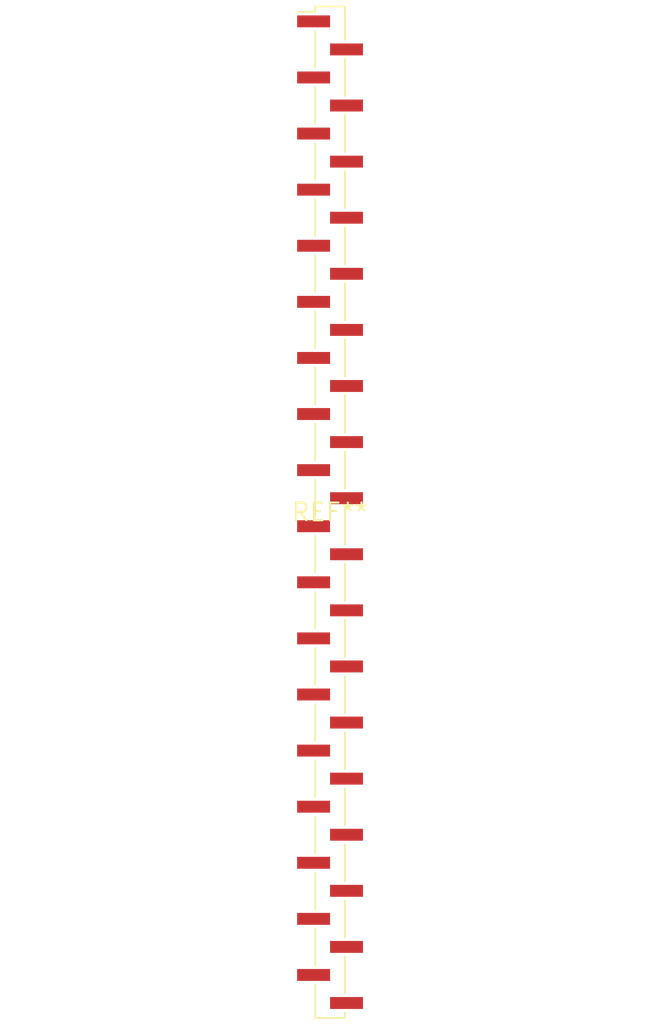
<source format=kicad_pcb>
(kicad_pcb (version 20240108) (generator pcbnew)
  (layers (0 "F.Cu" signal) (31 "B.Cu" signal) (34 "B.Paste" user) (35 "F.Paste" user) (36 "B.SilkS" user "B.Silkscreen") (37 "F.SilkS" user "F.Silkscreen") (38 "B.Mask" user) (39 "F.Mask" user) (44 "Edge.Cuts" user))
  (net 0 "")
  (footprint "PinHeader_1x36_P2.00mm_Vertical_SMD_Pin1Left" (layer "F.Cu") (at 0 0)
    (property "Reference" "REF**")
    (property "Value" "PinHeader_1x36_P2.00mm_Vertical_SMD_Pin1Left")
    (fp_line (start -1.06 -36.06) (end -1.06 -35.685) (layer "F.SilkS") (stroke (width 0.12)))
    (fp_line (start -1.06 -36.06) (end 1.06 -36.06) (layer "F.SilkS") (stroke (width 0.12)))
    (fp_line (start -1.06 -35.685) (end -2.29 -35.685) (layer "F.SilkS") (stroke (width 0.12)))
    (fp_line (start -1.06 -34.315) (end -1.06 -31.685) (layer "F.SilkS") (stroke (width 0.12)))
    (fp_line (start -1.06 -30.315) (end -1.06 -27.685) (layer "F.SilkS") (stroke (width 0.12)))
    (fp_line (start -1.06 -26.315) (end -1.06 -23.685) (layer "F.SilkS") (stroke (width 0.12)))
    (fp_line (start -1.06 -22.315) (end -1.06 -19.685) (layer "F.SilkS") (stroke (width 0.12)))
    (fp_line (start -1.06 -18.315) (end -1.06 -15.685) (layer "F.SilkS") (stroke (width 0.12)))
    (fp_line (start -1.06 -14.315) (end -1.06 -11.685) (layer "F.SilkS") (stroke (width 0.12)))
    (fp_line (start -1.06 -10.315) (end -1.06 -7.685) (layer "F.SilkS") (stroke (width 0.12)))
    (fp_line (start -1.06 -6.315) (end -1.06 -3.685) (layer "F.SilkS") (stroke (width 0.12)))
    (fp_line (start -1.06 -2.315) (end -1.06 0.315) (layer "F.SilkS") (stroke (width 0.12)))
    (fp_line (start -1.06 1.685) (end -1.06 4.315) (layer "F.SilkS") (stroke (width 0.12)))
    (fp_line (start -1.06 5.685) (end -1.06 8.315) (layer "F.SilkS") (stroke (width 0.12)))
    (fp_line (start -1.06 9.685) (end -1.06 12.315) (layer "F.SilkS") (stroke (width 0.12)))
    (fp_line (start -1.06 13.685) (end -1.06 16.315) (layer "F.SilkS") (stroke (width 0.12)))
    (fp_line (start -1.06 17.685) (end -1.06 20.315) (layer "F.SilkS") (stroke (width 0.12)))
    (fp_line (start -1.06 21.685) (end -1.06 24.315) (layer "F.SilkS") (stroke (width 0.12)))
    (fp_line (start -1.06 25.685) (end -1.06 28.315) (layer "F.SilkS") (stroke (width 0.12)))
    (fp_line (start -1.06 29.685) (end -1.06 32.315) (layer "F.SilkS") (stroke (width 0.12)))
    (fp_line (start -1.06 33.685) (end -1.06 36.06) (layer "F.SilkS") (stroke (width 0.12)))
    (fp_line (start -1.06 36.06) (end 1.06 36.06) (layer "F.SilkS") (stroke (width 0.12)))
    (fp_line (start 1.06 -36.06) (end 1.06 -33.685) (layer "F.SilkS") (stroke (width 0.12)))
    (fp_line (start 1.06 -32.315) (end 1.06 -29.685) (layer "F.SilkS") (stroke (width 0.12)))
    (fp_line (start 1.06 -28.315) (end 1.06 -25.685) (layer "F.SilkS") (stroke (width 0.12)))
    (fp_line (start 1.06 -24.315) (end 1.06 -21.685) (layer "F.SilkS") (stroke (width 0.12)))
    (fp_line (start 1.06 -20.315) (end 1.06 -17.685) (layer "F.SilkS") (stroke (width 0.12)))
    (fp_line (start 1.06 -16.315) (end 1.06 -13.685) (layer "F.SilkS") (stroke (width 0.12)))
    (fp_line (start 1.06 -12.315) (end 1.06 -9.685) (layer "F.SilkS") (stroke (width 0.12)))
    (fp_line (start 1.06 -8.315) (end 1.06 -5.685) (layer "F.SilkS") (stroke (width 0.12)))
    (fp_line (start 1.06 -4.315) (end 1.06 -1.685) (layer "F.SilkS") (stroke (width 0.12)))
    (fp_line (start 1.06 -0.315) (end 1.06 2.315) (layer "F.SilkS") (stroke (width 0.12)))
    (fp_line (start 1.06 3.685) (end 1.06 6.315) (layer "F.SilkS") (stroke (width 0.12)))
    (fp_line (start 1.06 7.685) (end 1.06 10.315) (layer "F.SilkS") (stroke (width 0.12)))
    (fp_line (start 1.06 11.685) (end 1.06 14.315) (layer "F.SilkS") (stroke (width 0.12)))
    (fp_line (start 1.06 15.685) (end 1.06 18.315) (layer "F.SilkS") (stroke (width 0.12)))
    (fp_line (start 1.06 19.685) (end 1.06 22.315) (layer "F.SilkS") (stroke (width 0.12)))
    (fp_line (start 1.06 23.685) (end 1.06 26.315) (layer "F.SilkS") (stroke (width 0.12)))
    (fp_line (start 1.06 27.685) (end 1.06 30.315) (layer "F.SilkS") (stroke (width 0.12)))
    (fp_line (start 1.06 31.685) (end 1.06 34.315) (layer "F.SilkS") (stroke (width 0.12)))
    (fp_line (start 1.06 35.685) (end 1.06 36.06) (layer "F.SilkS") (stroke (width 0.12)))
    (pad "1" smd rect (at -1.175 -35) (size 2.35 0.85) (layers "F.Cu" "F.Paste" "F.Mask"))
    (pad "2" smd rect (at 1.175 -33) (size 2.35 0.85) (layers "F.Cu" "F.Paste" "F.Mask"))
    (pad "3" smd rect (at -1.175 -31) (size 2.35 0.85) (layers "F.Cu" "F.Paste" "F.Mask"))
    (pad "4" smd rect (at 1.175 -29) (size 2.35 0.85) (layers "F.Cu" "F.Paste" "F.Mask"))
    (pad "5" smd rect (at -1.175 -27) (size 2.35 0.85) (layers "F.Cu" "F.Paste" "F.Mask"))
    (pad "6" smd rect (at 1.175 -25) (size 2.35 0.85) (layers "F.Cu" "F.Paste" "F.Mask"))
    (pad "7" smd rect (at -1.175 -23) (size 2.35 0.85) (layers "F.Cu" "F.Paste" "F.Mask"))
    (pad "8" smd rect (at 1.175 -21) (size 2.35 0.85) (layers "F.Cu" "F.Paste" "F.Mask"))
    (pad "9" smd rect (at -1.175 -19) (size 2.35 0.85) (layers "F.Cu" "F.Paste" "F.Mask"))
    (pad "10" smd rect (at 1.175 -17) (size 2.35 0.85) (layers "F.Cu" "F.Paste" "F.Mask"))
    (pad "11" smd rect (at -1.175 -15) (size 2.35 0.85) (layers "F.Cu" "F.Paste" "F.Mask"))
    (pad "12" smd rect (at 1.175 -13) (size 2.35 0.85) (layers "F.Cu" "F.Paste" "F.Mask"))
    (pad "13" smd rect (at -1.175 -11) (size 2.35 0.85) (layers "F.Cu" "F.Paste" "F.Mask"))
    (pad "14" smd rect (at 1.175 -9) (size 2.35 0.85) (layers "F.Cu" "F.Paste" "F.Mask"))
    (pad "15" smd rect (at -1.175 -7) (size 2.35 0.85) (layers "F.Cu" "F.Paste" "F.Mask"))
    (pad "16" smd rect (at 1.175 -5) (size 2.35 0.85) (layers "F.Cu" "F.Paste" "F.Mask"))
    (pad "17" smd rect (at -1.175 -3) (size 2.35 0.85) (layers "F.Cu" "F.Paste" "F.Mask"))
    (pad "18" smd rect (at 1.175 -1) (size 2.35 0.85) (layers "F.Cu" "F.Paste" "F.Mask"))
    (pad "19" smd rect (at -1.175 1) (size 2.35 0.85) (layers "F.Cu" "F.Paste" "F.Mask"))
    (pad "20" smd rect (at 1.175 3) (size 2.35 0.85) (layers "F.Cu" "F.Paste" "F.Mask"))
    (pad "21" smd rect (at -1.175 5) (size 2.35 0.85) (layers "F.Cu" "F.Paste" "F.Mask"))
    (pad "22" smd rect (at 1.175 7) (size 2.35 0.85) (layers "F.Cu" "F.Paste" "F.Mask"))
    (pad "23" smd rect (at -1.175 9) (size 2.35 0.85) (layers "F.Cu" "F.Paste" "F.Mask"))
    (pad "24" smd rect (at 1.175 11) (size 2.35 0.85) (layers "F.Cu" "F.Paste" "F.Mask"))
    (pad "25" smd rect (at -1.175 13) (size 2.35 0.85) (layers "F.Cu" "F.Paste" "F.Mask"))
    (pad "26" smd rect (at 1.175 15) (size 2.35 0.85) (layers "F.Cu" "F.Paste" "F.Mask"))
    (pad "27" smd rect (at -1.175 17) (size 2.35 0.85) (layers "F.Cu" "F.Paste" "F.Mask"))
    (pad "28" smd rect (at 1.175 19) (size 2.35 0.85) (layers "F.Cu" "F.Paste" "F.Mask"))
    (pad "29" smd rect (at -1.175 21) (size 2.35 0.85) (layers "F.Cu" "F.Paste" "F.Mask"))
    (pad "30" smd rect (at 1.175 23) (size 2.35 0.85) (layers "F.Cu" "F.Paste" "F.Mask"))
    (pad "31" smd rect (at -1.175 25) (size 2.35 0.85) (layers "F.Cu" "F.Paste" "F.Mask"))
    (pad "32" smd rect (at 1.175 27) (size 2.35 0.85) (layers "F.Cu" "F.Paste" "F.Mask"))
    (pad "33" smd rect (at -1.175 29) (size 2.35 0.85) (layers "F.Cu" "F.Paste" "F.Mask"))
    (pad "34" smd rect (at 1.175 31) (size 2.35 0.85) (layers "F.Cu" "F.Paste" "F.Mask"))
    (pad "35" smd rect (at -1.175 33) (size 2.35 0.85) (layers "F.Cu" "F.Paste" "F.Mask"))
    (pad "36" smd rect (at 1.175 35) (size 2.35 0.85) (layers "F.Cu" "F.Paste" "F.Mask"))
  )
)
</source>
